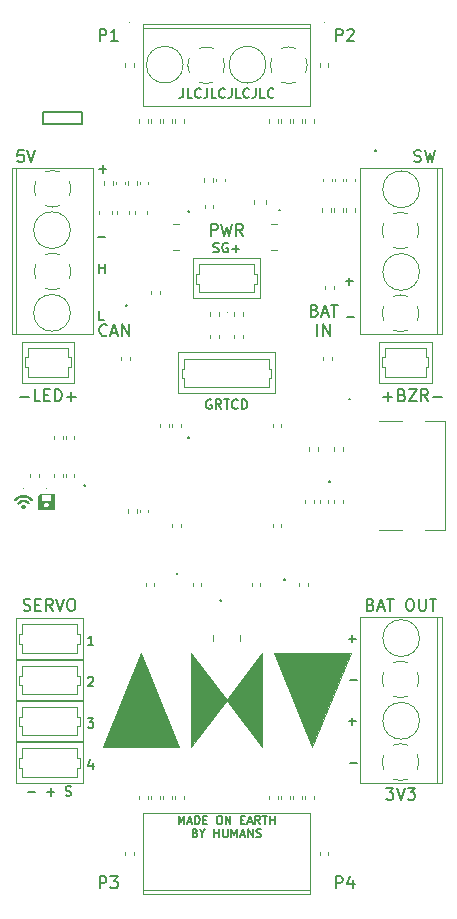
<source format=gbr>
%TF.GenerationSoftware,KiCad,Pcbnew,(5.99.0-7167-g34dbce6bce)*%
%TF.CreationDate,2021-01-04T09:35:53+03:00*%
%TF.ProjectId,ANV,414e562e-6b69-4636-9164-5f7063625858,rev?*%
%TF.SameCoordinates,Original*%
%TF.FileFunction,Legend,Top*%
%TF.FilePolarity,Positive*%
%FSLAX46Y46*%
G04 Gerber Fmt 4.6, Leading zero omitted, Abs format (unit mm)*
G04 Created by KiCad (PCBNEW (5.99.0-7167-g34dbce6bce)) date 2021-01-04 09:35:53*
%MOMM*%
%LPD*%
G01*
G04 APERTURE LIST*
%ADD10C,0.200000*%
%ADD11C,0.160000*%
%ADD12C,0.120000*%
%ADD13C,0.100000*%
G04 APERTURE END LIST*
D10*
X18750000Y-23500000D02*
X22000000Y-23500000D01*
X18750000Y-24500000D02*
X18750000Y-23500000D01*
X22000000Y-23500000D02*
X22000000Y-24500000D01*
X22000000Y-24500000D02*
X18750000Y-24500000D01*
D11*
X22521428Y-71388095D02*
X22559523Y-71350000D01*
X22635714Y-71311904D01*
X22826190Y-71311904D01*
X22902380Y-71350000D01*
X22940476Y-71388095D01*
X22978571Y-71464285D01*
X22978571Y-71540476D01*
X22940476Y-71654761D01*
X22483333Y-72111904D01*
X22978571Y-72111904D01*
X30050000Y-62535714D02*
X30088095Y-62573809D01*
X30050000Y-62611904D01*
X30011904Y-62573809D01*
X30050000Y-62535714D01*
X30050000Y-62611904D01*
D10*
X23511904Y-89202380D02*
X23511904Y-88202380D01*
X23892857Y-88202380D01*
X23988095Y-88250000D01*
X24035714Y-88297619D01*
X24083333Y-88392857D01*
X24083333Y-88535714D01*
X24035714Y-88630952D01*
X23988095Y-88678571D01*
X23892857Y-88726190D01*
X23511904Y-88726190D01*
X24416666Y-88202380D02*
X25035714Y-88202380D01*
X24702380Y-88583333D01*
X24845238Y-88583333D01*
X24940476Y-88630952D01*
X24988095Y-88678571D01*
X25035714Y-88773809D01*
X25035714Y-89011904D01*
X24988095Y-89107142D01*
X24940476Y-89154761D01*
X24845238Y-89202380D01*
X24559523Y-89202380D01*
X24464285Y-89154761D01*
X24416666Y-89107142D01*
D11*
X23468095Y-28307142D02*
X24077618Y-28307142D01*
X23772857Y-28611904D02*
X23772857Y-28002380D01*
D10*
X41711904Y-40273571D02*
X41854761Y-40321190D01*
X41902380Y-40368809D01*
X41950000Y-40464047D01*
X41950000Y-40606904D01*
X41902380Y-40702142D01*
X41854761Y-40749761D01*
X41759523Y-40797380D01*
X41378571Y-40797380D01*
X41378571Y-39797380D01*
X41711904Y-39797380D01*
X41807142Y-39845000D01*
X41854761Y-39892619D01*
X41902380Y-39987857D01*
X41902380Y-40083095D01*
X41854761Y-40178333D01*
X41807142Y-40225952D01*
X41711904Y-40273571D01*
X41378571Y-40273571D01*
X42330952Y-40511666D02*
X42807142Y-40511666D01*
X42235714Y-40797380D02*
X42569047Y-39797380D01*
X42902380Y-40797380D01*
X43092857Y-39797380D02*
X43664285Y-39797380D01*
X43378571Y-40797380D02*
X43378571Y-39797380D01*
X41926190Y-42407380D02*
X41926190Y-41407380D01*
X42402380Y-42407380D02*
X42402380Y-41407380D01*
X42973809Y-42407380D01*
X42973809Y-41407380D01*
D11*
X30183333Y-83753166D02*
X30183333Y-83053166D01*
X30416666Y-83553166D01*
X30650000Y-83053166D01*
X30650000Y-83753166D01*
X30950000Y-83553166D02*
X31283333Y-83553166D01*
X30883333Y-83753166D02*
X31116666Y-83053166D01*
X31350000Y-83753166D01*
X31583333Y-83753166D02*
X31583333Y-83053166D01*
X31750000Y-83053166D01*
X31850000Y-83086500D01*
X31916666Y-83153166D01*
X31950000Y-83219833D01*
X31983333Y-83353166D01*
X31983333Y-83453166D01*
X31950000Y-83586500D01*
X31916666Y-83653166D01*
X31850000Y-83719833D01*
X31750000Y-83753166D01*
X31583333Y-83753166D01*
X32283333Y-83386500D02*
X32516666Y-83386500D01*
X32616666Y-83753166D02*
X32283333Y-83753166D01*
X32283333Y-83053166D01*
X32616666Y-83053166D01*
X33583333Y-83053166D02*
X33716666Y-83053166D01*
X33783333Y-83086500D01*
X33850000Y-83153166D01*
X33883333Y-83286500D01*
X33883333Y-83519833D01*
X33850000Y-83653166D01*
X33783333Y-83719833D01*
X33716666Y-83753166D01*
X33583333Y-83753166D01*
X33516666Y-83719833D01*
X33450000Y-83653166D01*
X33416666Y-83519833D01*
X33416666Y-83286500D01*
X33450000Y-83153166D01*
X33516666Y-83086500D01*
X33583333Y-83053166D01*
X34183333Y-83753166D02*
X34183333Y-83053166D01*
X34583333Y-83753166D01*
X34583333Y-83053166D01*
X35450000Y-83386500D02*
X35683333Y-83386500D01*
X35783333Y-83753166D02*
X35450000Y-83753166D01*
X35450000Y-83053166D01*
X35783333Y-83053166D01*
X36050000Y-83553166D02*
X36383333Y-83553166D01*
X35983333Y-83753166D02*
X36216666Y-83053166D01*
X36450000Y-83753166D01*
X37083333Y-83753166D02*
X36850000Y-83419833D01*
X36683333Y-83753166D02*
X36683333Y-83053166D01*
X36950000Y-83053166D01*
X37016666Y-83086500D01*
X37050000Y-83119833D01*
X37083333Y-83186500D01*
X37083333Y-83286500D01*
X37050000Y-83353166D01*
X37016666Y-83386500D01*
X36950000Y-83419833D01*
X36683333Y-83419833D01*
X37283333Y-83053166D02*
X37683333Y-83053166D01*
X37483333Y-83753166D02*
X37483333Y-83053166D01*
X37916666Y-83753166D02*
X37916666Y-83053166D01*
X37916666Y-83386500D02*
X38316666Y-83386500D01*
X38316666Y-83753166D02*
X38316666Y-83053166D01*
X31600000Y-84513500D02*
X31700000Y-84546833D01*
X31733333Y-84580166D01*
X31766666Y-84646833D01*
X31766666Y-84746833D01*
X31733333Y-84813500D01*
X31700000Y-84846833D01*
X31633333Y-84880166D01*
X31366666Y-84880166D01*
X31366666Y-84180166D01*
X31600000Y-84180166D01*
X31666666Y-84213500D01*
X31700000Y-84246833D01*
X31733333Y-84313500D01*
X31733333Y-84380166D01*
X31700000Y-84446833D01*
X31666666Y-84480166D01*
X31600000Y-84513500D01*
X31366666Y-84513500D01*
X32200000Y-84546833D02*
X32200000Y-84880166D01*
X31966666Y-84180166D02*
X32200000Y-84546833D01*
X32433333Y-84180166D01*
X33200000Y-84880166D02*
X33200000Y-84180166D01*
X33200000Y-84513500D02*
X33600000Y-84513500D01*
X33600000Y-84880166D02*
X33600000Y-84180166D01*
X33933333Y-84180166D02*
X33933333Y-84746833D01*
X33966666Y-84813500D01*
X34000000Y-84846833D01*
X34066666Y-84880166D01*
X34200000Y-84880166D01*
X34266666Y-84846833D01*
X34300000Y-84813500D01*
X34333333Y-84746833D01*
X34333333Y-84180166D01*
X34666666Y-84880166D02*
X34666666Y-84180166D01*
X34900000Y-84680166D01*
X35133333Y-84180166D01*
X35133333Y-84880166D01*
X35433333Y-84680166D02*
X35766666Y-84680166D01*
X35366666Y-84880166D02*
X35600000Y-84180166D01*
X35833333Y-84880166D01*
X36066666Y-84880166D02*
X36066666Y-84180166D01*
X36466666Y-84880166D01*
X36466666Y-84180166D01*
X36766666Y-84846833D02*
X36866666Y-84880166D01*
X37033333Y-84880166D01*
X37100000Y-84846833D01*
X37133333Y-84813500D01*
X37166666Y-84746833D01*
X37166666Y-84680166D01*
X37133333Y-84613500D01*
X37100000Y-84580166D01*
X37033333Y-84546833D01*
X36900000Y-84513500D01*
X36833333Y-84480166D01*
X36800000Y-84446833D01*
X36766666Y-84380166D01*
X36766666Y-84313500D01*
X36800000Y-84246833D01*
X36833333Y-84213500D01*
X36900000Y-84180166D01*
X37066666Y-84180166D01*
X37166666Y-84213500D01*
D10*
X43511904Y-17452380D02*
X43511904Y-16452380D01*
X43892857Y-16452380D01*
X43988095Y-16500000D01*
X44035714Y-16547619D01*
X44083333Y-16642857D01*
X44083333Y-16785714D01*
X44035714Y-16880952D01*
X43988095Y-16928571D01*
X43892857Y-16976190D01*
X43511904Y-16976190D01*
X44464285Y-16547619D02*
X44511904Y-16500000D01*
X44607142Y-16452380D01*
X44845238Y-16452380D01*
X44940476Y-16500000D01*
X44988095Y-16547619D01*
X45035714Y-16642857D01*
X45035714Y-16738095D01*
X44988095Y-16880952D01*
X44416666Y-17452380D01*
X45035714Y-17452380D01*
D11*
X32954761Y-47850000D02*
X32878571Y-47811904D01*
X32764285Y-47811904D01*
X32650000Y-47850000D01*
X32573809Y-47926190D01*
X32535714Y-48002380D01*
X32497619Y-48154761D01*
X32497619Y-48269047D01*
X32535714Y-48421428D01*
X32573809Y-48497619D01*
X32650000Y-48573809D01*
X32764285Y-48611904D01*
X32840476Y-48611904D01*
X32954761Y-48573809D01*
X32992857Y-48535714D01*
X32992857Y-48269047D01*
X32840476Y-48269047D01*
X33792857Y-48611904D02*
X33526190Y-48230952D01*
X33335714Y-48611904D02*
X33335714Y-47811904D01*
X33640476Y-47811904D01*
X33716666Y-47850000D01*
X33754761Y-47888095D01*
X33792857Y-47964285D01*
X33792857Y-48078571D01*
X33754761Y-48154761D01*
X33716666Y-48192857D01*
X33640476Y-48230952D01*
X33335714Y-48230952D01*
X34021428Y-47811904D02*
X34478571Y-47811904D01*
X34250000Y-48611904D02*
X34250000Y-47811904D01*
X35202380Y-48535714D02*
X35164285Y-48573809D01*
X35050000Y-48611904D01*
X34973809Y-48611904D01*
X34859523Y-48573809D01*
X34783333Y-48497619D01*
X34745238Y-48421428D01*
X34707142Y-48269047D01*
X34707142Y-48154761D01*
X34745238Y-48002380D01*
X34783333Y-47926190D01*
X34859523Y-47850000D01*
X34973809Y-47811904D01*
X35050000Y-47811904D01*
X35164285Y-47850000D01*
X35202380Y-47888095D01*
X35545238Y-48611904D02*
X35545238Y-47811904D01*
X35735714Y-47811904D01*
X35850000Y-47850000D01*
X35926190Y-47926190D01*
X35964285Y-48002380D01*
X36002380Y-48154761D01*
X36002380Y-48269047D01*
X35964285Y-48421428D01*
X35926190Y-48497619D01*
X35850000Y-48573809D01*
X35735714Y-48611904D01*
X35545238Y-48611904D01*
D10*
X17059523Y-26702380D02*
X16583333Y-26702380D01*
X16535714Y-27178571D01*
X16583333Y-27130952D01*
X16678571Y-27083333D01*
X16916666Y-27083333D01*
X17011904Y-27130952D01*
X17059523Y-27178571D01*
X17107142Y-27273809D01*
X17107142Y-27511904D01*
X17059523Y-27607142D01*
X17011904Y-27654761D01*
X16916666Y-27702380D01*
X16678571Y-27702380D01*
X16583333Y-27654761D01*
X16535714Y-27607142D01*
X17392857Y-26702380D02*
X17726190Y-27702380D01*
X18059523Y-26702380D01*
X46452380Y-65178571D02*
X46595238Y-65226190D01*
X46642857Y-65273809D01*
X46690476Y-65369047D01*
X46690476Y-65511904D01*
X46642857Y-65607142D01*
X46595238Y-65654761D01*
X46500000Y-65702380D01*
X46119047Y-65702380D01*
X46119047Y-64702380D01*
X46452380Y-64702380D01*
X46547619Y-64750000D01*
X46595238Y-64797619D01*
X46642857Y-64892857D01*
X46642857Y-64988095D01*
X46595238Y-65083333D01*
X46547619Y-65130952D01*
X46452380Y-65178571D01*
X46119047Y-65178571D01*
X47071428Y-65416666D02*
X47547619Y-65416666D01*
X46976190Y-65702380D02*
X47309523Y-64702380D01*
X47642857Y-65702380D01*
X47833333Y-64702380D02*
X48404761Y-64702380D01*
X48119047Y-65702380D02*
X48119047Y-64702380D01*
X49690476Y-64702380D02*
X49880952Y-64702380D01*
X49976190Y-64750000D01*
X50071428Y-64845238D01*
X50119047Y-65035714D01*
X50119047Y-65369047D01*
X50071428Y-65559523D01*
X49976190Y-65654761D01*
X49880952Y-65702380D01*
X49690476Y-65702380D01*
X49595238Y-65654761D01*
X49500000Y-65559523D01*
X49452380Y-65369047D01*
X49452380Y-65035714D01*
X49500000Y-64845238D01*
X49595238Y-64750000D01*
X49690476Y-64702380D01*
X50547619Y-64702380D02*
X50547619Y-65511904D01*
X50595238Y-65607142D01*
X50642857Y-65654761D01*
X50738095Y-65702380D01*
X50928571Y-65702380D01*
X51023809Y-65654761D01*
X51071428Y-65607142D01*
X51119047Y-65511904D01*
X51119047Y-64702380D01*
X51452380Y-64702380D02*
X52023809Y-64702380D01*
X51738095Y-65702380D02*
X51738095Y-64702380D01*
D11*
X22250000Y-55035714D02*
X22288095Y-55073809D01*
X22250000Y-55111904D01*
X22211904Y-55073809D01*
X22250000Y-55035714D01*
X22250000Y-55111904D01*
X46850000Y-26735714D02*
X46888095Y-26773809D01*
X46850000Y-26811904D01*
X46811904Y-26773809D01*
X46850000Y-26735714D01*
X46850000Y-26811904D01*
X44600000Y-75057142D02*
X45209523Y-75057142D01*
X44904762Y-75361904D02*
X44904762Y-74752380D01*
D10*
X47761904Y-80702380D02*
X48380952Y-80702380D01*
X48047619Y-81083333D01*
X48190476Y-81083333D01*
X48285714Y-81130952D01*
X48333333Y-81178571D01*
X48380952Y-81273809D01*
X48380952Y-81511904D01*
X48333333Y-81607142D01*
X48285714Y-81654761D01*
X48190476Y-81702380D01*
X47904761Y-81702380D01*
X47809523Y-81654761D01*
X47761904Y-81607142D01*
X48666666Y-80702380D02*
X49000000Y-81702380D01*
X49333333Y-80702380D01*
X49571428Y-80702380D02*
X50190476Y-80702380D01*
X49857142Y-81083333D01*
X50000000Y-81083333D01*
X50095238Y-81130952D01*
X50142857Y-81178571D01*
X50190476Y-81273809D01*
X50190476Y-81511904D01*
X50142857Y-81607142D01*
X50095238Y-81654761D01*
X50000000Y-81702380D01*
X49714285Y-81702380D01*
X49619047Y-81654761D01*
X49571428Y-81607142D01*
D11*
X23468094Y-37111904D02*
X23468094Y-36311904D01*
X23468094Y-36692857D02*
X23925237Y-36692857D01*
X23925237Y-37111904D02*
X23925237Y-36311904D01*
D10*
X50142857Y-27654761D02*
X50285714Y-27702380D01*
X50523809Y-27702380D01*
X50619047Y-27654761D01*
X50666666Y-27607142D01*
X50714285Y-27511904D01*
X50714285Y-27416666D01*
X50666666Y-27321428D01*
X50619047Y-27273809D01*
X50523809Y-27226190D01*
X50333333Y-27178571D01*
X50238095Y-27130952D01*
X50190476Y-27083333D01*
X50142857Y-26988095D01*
X50142857Y-26892857D01*
X50190476Y-26797619D01*
X50238095Y-26750000D01*
X50333333Y-26702380D01*
X50571428Y-26702380D01*
X50714285Y-26750000D01*
X51047619Y-26702380D02*
X51285714Y-27702380D01*
X51476190Y-26988095D01*
X51666666Y-27702380D01*
X51904761Y-26702380D01*
D11*
X31000000Y-51035714D02*
X31038095Y-51073809D01*
X31000000Y-51111904D01*
X30961904Y-51073809D01*
X31000000Y-51035714D01*
X31000000Y-51111904D01*
X44650000Y-47735714D02*
X44688095Y-47773809D01*
X44650000Y-47811904D01*
X44611904Y-47773809D01*
X44650000Y-47735714D01*
X44650000Y-47811904D01*
X23372857Y-34057142D02*
X23982380Y-34057142D01*
X33126190Y-35323809D02*
X33240476Y-35361904D01*
X33430952Y-35361904D01*
X33507142Y-35323809D01*
X33545238Y-35285714D01*
X33583333Y-35209523D01*
X33583333Y-35133333D01*
X33545238Y-35057142D01*
X33507142Y-35019047D01*
X33430952Y-34980952D01*
X33278571Y-34942857D01*
X33202380Y-34904761D01*
X33164285Y-34866666D01*
X33126190Y-34790476D01*
X33126190Y-34714285D01*
X33164285Y-34638095D01*
X33202380Y-34600000D01*
X33278571Y-34561904D01*
X33469047Y-34561904D01*
X33583333Y-34600000D01*
X34345238Y-34600000D02*
X34269047Y-34561904D01*
X34154761Y-34561904D01*
X34040476Y-34600000D01*
X33964285Y-34676190D01*
X33926190Y-34752380D01*
X33888095Y-34904761D01*
X33888095Y-35019047D01*
X33926190Y-35171428D01*
X33964285Y-35247619D01*
X34040476Y-35323809D01*
X34154761Y-35361904D01*
X34230952Y-35361904D01*
X34345238Y-35323809D01*
X34383333Y-35285714D01*
X34383333Y-35019047D01*
X34230952Y-35019047D01*
X34726190Y-35057142D02*
X35335714Y-35057142D01*
X35030952Y-35361904D02*
X35030952Y-34752380D01*
D10*
X32916666Y-33952380D02*
X32916666Y-32952380D01*
X33297619Y-32952380D01*
X33392857Y-33000000D01*
X33440476Y-33047619D01*
X33488095Y-33142857D01*
X33488095Y-33285714D01*
X33440476Y-33380952D01*
X33392857Y-33428571D01*
X33297619Y-33476190D01*
X32916666Y-33476190D01*
X33821428Y-32952380D02*
X34059523Y-33952380D01*
X34250000Y-33238095D01*
X34440476Y-33952380D01*
X34678571Y-32952380D01*
X35630952Y-33952380D02*
X35297619Y-33476190D01*
X35059523Y-33952380D02*
X35059523Y-32952380D01*
X35440476Y-32952380D01*
X35535714Y-33000000D01*
X35583333Y-33047619D01*
X35630952Y-33142857D01*
X35630952Y-33285714D01*
X35583333Y-33380952D01*
X35535714Y-33428571D01*
X35440476Y-33476190D01*
X35059523Y-33476190D01*
D11*
X30564761Y-21481904D02*
X30564761Y-22053333D01*
X30526666Y-22167619D01*
X30450476Y-22243809D01*
X30336190Y-22281904D01*
X30259999Y-22281904D01*
X31326666Y-22281904D02*
X30945714Y-22281904D01*
X30945714Y-21481904D01*
X32050476Y-22205714D02*
X32012380Y-22243809D01*
X31898095Y-22281904D01*
X31821904Y-22281904D01*
X31707619Y-22243809D01*
X31631428Y-22167619D01*
X31593333Y-22091428D01*
X31555238Y-21939047D01*
X31555238Y-21824761D01*
X31593333Y-21672380D01*
X31631428Y-21596190D01*
X31707619Y-21520000D01*
X31821904Y-21481904D01*
X31898095Y-21481904D01*
X32012380Y-21520000D01*
X32050476Y-21558095D01*
X32621904Y-21481904D02*
X32621904Y-22053333D01*
X32583809Y-22167619D01*
X32507619Y-22243809D01*
X32393333Y-22281904D01*
X32317142Y-22281904D01*
X33383809Y-22281904D02*
X33002857Y-22281904D01*
X33002857Y-21481904D01*
X34107619Y-22205714D02*
X34069523Y-22243809D01*
X33955238Y-22281904D01*
X33879047Y-22281904D01*
X33764761Y-22243809D01*
X33688571Y-22167619D01*
X33650476Y-22091428D01*
X33612380Y-21939047D01*
X33612380Y-21824761D01*
X33650476Y-21672380D01*
X33688571Y-21596190D01*
X33764761Y-21520000D01*
X33879047Y-21481904D01*
X33955238Y-21481904D01*
X34069523Y-21520000D01*
X34107619Y-21558095D01*
X34679047Y-21481904D02*
X34679047Y-22053333D01*
X34640952Y-22167619D01*
X34564761Y-22243809D01*
X34450476Y-22281904D01*
X34374285Y-22281904D01*
X35440952Y-22281904D02*
X35060000Y-22281904D01*
X35060000Y-21481904D01*
X36164761Y-22205714D02*
X36126666Y-22243809D01*
X36012380Y-22281904D01*
X35936190Y-22281904D01*
X35821904Y-22243809D01*
X35745714Y-22167619D01*
X35707619Y-22091428D01*
X35669523Y-21939047D01*
X35669523Y-21824761D01*
X35707619Y-21672380D01*
X35745714Y-21596190D01*
X35821904Y-21520000D01*
X35936190Y-21481904D01*
X36012380Y-21481904D01*
X36126666Y-21520000D01*
X36164761Y-21558095D01*
X36736190Y-21481904D02*
X36736190Y-22053333D01*
X36698095Y-22167619D01*
X36621904Y-22243809D01*
X36507619Y-22281904D01*
X36431428Y-22281904D01*
X37498095Y-22281904D02*
X37117142Y-22281904D01*
X37117142Y-21481904D01*
X38221904Y-22205714D02*
X38183809Y-22243809D01*
X38069523Y-22281904D01*
X37993333Y-22281904D01*
X37879047Y-22243809D01*
X37802857Y-22167619D01*
X37764761Y-22091428D01*
X37726666Y-21939047D01*
X37726666Y-21824761D01*
X37764761Y-21672380D01*
X37802857Y-21596190D01*
X37879047Y-21520000D01*
X37993333Y-21481904D01*
X38069523Y-21481904D01*
X38183809Y-21520000D01*
X38221904Y-21558095D01*
X44695238Y-71557142D02*
X45304761Y-71557142D01*
X38750000Y-31735714D02*
X38788095Y-31773809D01*
X38750000Y-31811904D01*
X38711904Y-31773809D01*
X38750000Y-31735714D01*
X38750000Y-31811904D01*
X44350000Y-37807142D02*
X44959523Y-37807142D01*
X44654762Y-38111904D02*
X44654762Y-37502380D01*
X31050000Y-31835714D02*
X31088095Y-31873809D01*
X31050000Y-31911904D01*
X31011904Y-31873809D01*
X31050000Y-31835714D01*
X31050000Y-31911904D01*
D10*
X23511904Y-17452380D02*
X23511904Y-16452380D01*
X23892857Y-16452380D01*
X23988095Y-16500000D01*
X24035714Y-16547619D01*
X24083333Y-16642857D01*
X24083333Y-16785714D01*
X24035714Y-16880952D01*
X23988095Y-16928571D01*
X23892857Y-16976190D01*
X23511904Y-16976190D01*
X25035714Y-17452380D02*
X24464285Y-17452380D01*
X24750000Y-17452380D02*
X24750000Y-16452380D01*
X24654761Y-16595238D01*
X24559523Y-16690476D01*
X24464285Y-16738095D01*
D11*
X33750000Y-64785714D02*
X33788095Y-64823809D01*
X33750000Y-64861904D01*
X33711904Y-64823809D01*
X33750000Y-64785714D01*
X33750000Y-64861904D01*
X22978571Y-68611904D02*
X22521428Y-68611904D01*
X22750000Y-68611904D02*
X22750000Y-67811904D01*
X22673809Y-67926190D01*
X22597619Y-68002380D01*
X22521428Y-68040476D01*
D10*
X47523809Y-47571428D02*
X48285714Y-47571428D01*
X47904761Y-47952380D02*
X47904761Y-47190476D01*
X49095238Y-47428571D02*
X49238095Y-47476190D01*
X49285714Y-47523809D01*
X49333333Y-47619047D01*
X49333333Y-47761904D01*
X49285714Y-47857142D01*
X49238095Y-47904761D01*
X49142857Y-47952380D01*
X48761904Y-47952380D01*
X48761904Y-46952380D01*
X49095238Y-46952380D01*
X49190476Y-47000000D01*
X49238095Y-47047619D01*
X49285714Y-47142857D01*
X49285714Y-47238095D01*
X49238095Y-47333333D01*
X49190476Y-47380952D01*
X49095238Y-47428571D01*
X48761904Y-47428571D01*
X49666666Y-46952380D02*
X50333333Y-46952380D01*
X49666666Y-47952380D01*
X50333333Y-47952380D01*
X51285714Y-47952380D02*
X50952380Y-47476190D01*
X50714285Y-47952380D02*
X50714285Y-46952380D01*
X51095238Y-46952380D01*
X51190476Y-47000000D01*
X51238095Y-47047619D01*
X51285714Y-47142857D01*
X51285714Y-47285714D01*
X51238095Y-47380952D01*
X51190476Y-47428571D01*
X51095238Y-47476190D01*
X50714285Y-47476190D01*
X51714285Y-47571428D02*
X52476190Y-47571428D01*
D11*
X22483333Y-74811904D02*
X22978571Y-74811904D01*
X22711904Y-75116666D01*
X22826190Y-75116666D01*
X22902380Y-75154761D01*
X22940476Y-75192857D01*
X22978571Y-75269047D01*
X22978571Y-75459523D01*
X22940476Y-75535714D01*
X22902380Y-75573809D01*
X22826190Y-75611904D01*
X22597619Y-75611904D01*
X22521428Y-75573809D01*
X22483333Y-75535714D01*
X39150000Y-63035714D02*
X39188095Y-63073809D01*
X39150000Y-63111904D01*
X39111904Y-63073809D01*
X39150000Y-63035714D01*
X39150000Y-63111904D01*
X25750000Y-39785714D02*
X25788095Y-39823809D01*
X25750000Y-39861904D01*
X25711904Y-39823809D01*
X25750000Y-39785714D01*
X25750000Y-39861904D01*
D10*
X43511904Y-89202380D02*
X43511904Y-88202380D01*
X43892857Y-88202380D01*
X43988095Y-88250000D01*
X44035714Y-88297619D01*
X44083333Y-88392857D01*
X44083333Y-88535714D01*
X44035714Y-88630952D01*
X43988095Y-88678571D01*
X43892857Y-88726190D01*
X43511904Y-88726190D01*
X44940476Y-88535714D02*
X44940476Y-89202380D01*
X44702380Y-88154761D02*
X44464285Y-88869047D01*
X45083333Y-88869047D01*
X16767856Y-47571428D02*
X17529760Y-47571428D01*
X18482141Y-47952380D02*
X18005951Y-47952380D01*
X18005951Y-46952380D01*
X18815475Y-47428571D02*
X19148808Y-47428571D01*
X19291665Y-47952380D02*
X18815475Y-47952380D01*
X18815475Y-46952380D01*
X19291665Y-46952380D01*
X19720237Y-47952380D02*
X19720237Y-46952380D01*
X19958332Y-46952380D01*
X20101189Y-47000000D01*
X20196427Y-47095238D01*
X20244046Y-47190476D01*
X20291665Y-47380952D01*
X20291665Y-47523809D01*
X20244046Y-47714285D01*
X20196427Y-47809523D01*
X20101189Y-47904761D01*
X19958332Y-47952380D01*
X19720237Y-47952380D01*
X20720237Y-47571428D02*
X21482141Y-47571428D01*
X21101189Y-47952380D02*
X21101189Y-47190476D01*
D11*
X44600000Y-68057142D02*
X45209523Y-68057142D01*
X44904762Y-68361904D02*
X44904762Y-67752380D01*
D10*
X17059523Y-65654761D02*
X17202380Y-65702380D01*
X17440476Y-65702380D01*
X17535714Y-65654761D01*
X17583333Y-65607142D01*
X17630952Y-65511904D01*
X17630952Y-65416666D01*
X17583333Y-65321428D01*
X17535714Y-65273809D01*
X17440476Y-65226190D01*
X17250000Y-65178571D01*
X17154761Y-65130952D01*
X17107142Y-65083333D01*
X17059523Y-64988095D01*
X17059523Y-64892857D01*
X17107142Y-64797619D01*
X17154761Y-64750000D01*
X17250000Y-64702380D01*
X17488095Y-64702380D01*
X17630952Y-64750000D01*
X18059523Y-65178571D02*
X18392857Y-65178571D01*
X18535714Y-65702380D02*
X18059523Y-65702380D01*
X18059523Y-64702380D01*
X18535714Y-64702380D01*
X19535714Y-65702380D02*
X19202380Y-65226190D01*
X18964285Y-65702380D02*
X18964285Y-64702380D01*
X19345238Y-64702380D01*
X19440476Y-64750000D01*
X19488095Y-64797619D01*
X19535714Y-64892857D01*
X19535714Y-65035714D01*
X19488095Y-65130952D01*
X19440476Y-65178571D01*
X19345238Y-65226190D01*
X18964285Y-65226190D01*
X19821428Y-64702380D02*
X20154761Y-65702380D01*
X20488095Y-64702380D01*
X21011904Y-64702380D02*
X21202380Y-64702380D01*
X21297619Y-64750000D01*
X21392857Y-64845238D01*
X21440476Y-65035714D01*
X21440476Y-65369047D01*
X21392857Y-65559523D01*
X21297619Y-65654761D01*
X21202380Y-65702380D01*
X21011904Y-65702380D01*
X20916666Y-65654761D01*
X20821428Y-65559523D01*
X20773809Y-65369047D01*
X20773809Y-65035714D01*
X20821428Y-64845238D01*
X20916666Y-64750000D01*
X21011904Y-64702380D01*
D11*
X22902380Y-78578571D02*
X22902380Y-79111904D01*
X22711904Y-78273809D02*
X22521428Y-78845238D01*
X23016666Y-78845238D01*
X44445238Y-40807142D02*
X45054761Y-40807142D01*
X17459523Y-81057142D02*
X18069047Y-81057142D01*
X19059523Y-81057142D02*
X19669047Y-81057142D01*
X19364285Y-81361904D02*
X19364285Y-80752380D01*
X20621428Y-81323809D02*
X20735714Y-81361904D01*
X20926190Y-81361904D01*
X21002380Y-81323809D01*
X21040476Y-81285714D01*
X21078571Y-81209523D01*
X21078571Y-81133333D01*
X21040476Y-81057142D01*
X21002380Y-81019047D01*
X20926190Y-80980952D01*
X20773809Y-80942857D01*
X20697619Y-80904761D01*
X20659523Y-80866666D01*
X20621428Y-80790476D01*
X20621428Y-80714285D01*
X20659523Y-80638095D01*
X20697619Y-80600000D01*
X20773809Y-80561904D01*
X20964285Y-80561904D01*
X21078571Y-80600000D01*
X23849047Y-41111904D02*
X23468094Y-41111904D01*
X23468094Y-40311904D01*
X42950000Y-54735714D02*
X42988095Y-54773809D01*
X42950000Y-54811904D01*
X42911904Y-54773809D01*
X42950000Y-54735714D01*
X42950000Y-54811904D01*
D10*
X24107142Y-42357142D02*
X24059523Y-42404761D01*
X23916666Y-42452380D01*
X23821428Y-42452380D01*
X23678571Y-42404761D01*
X23583333Y-42309523D01*
X23535714Y-42214285D01*
X23488095Y-42023809D01*
X23488095Y-41880952D01*
X23535714Y-41690476D01*
X23583333Y-41595238D01*
X23678571Y-41500000D01*
X23821428Y-41452380D01*
X23916666Y-41452380D01*
X24059523Y-41500000D01*
X24107142Y-41547619D01*
X24488095Y-42166666D02*
X24964285Y-42166666D01*
X24392857Y-42452380D02*
X24726190Y-41452380D01*
X25059523Y-42452380D01*
X25392857Y-42452380D02*
X25392857Y-41452380D01*
X25964285Y-42452380D01*
X25964285Y-41452380D01*
D11*
X44695238Y-78557142D02*
X45304761Y-78557142D01*
D12*
%TO.C,J15*%
X16700000Y-71200000D02*
X16900000Y-71200000D01*
X16900000Y-72000000D02*
X16700000Y-72000000D01*
X21600000Y-70350000D02*
X19250000Y-70350000D01*
X22110000Y-73260000D02*
X22110000Y-69840000D01*
X16700000Y-72000000D02*
X16700000Y-71200000D01*
X16900000Y-70350000D02*
X19250000Y-70350000D01*
X21600000Y-71200000D02*
X21600000Y-70350000D01*
X21800000Y-71200000D02*
X21600000Y-71200000D01*
X19250000Y-72750000D02*
X16900000Y-72750000D01*
X22110000Y-69840000D02*
X16390000Y-69840000D01*
X16900000Y-72750000D02*
X16900000Y-72000000D01*
X21600000Y-72000000D02*
X21800000Y-72000000D01*
X16390000Y-73260000D02*
X22110000Y-73260000D01*
X21800000Y-72000000D02*
X21800000Y-71200000D01*
X21600000Y-72750000D02*
X21600000Y-72000000D01*
X19250000Y-72750000D02*
X21600000Y-72750000D01*
X16900000Y-71200000D02*
X16900000Y-70350000D01*
X16390000Y-69840000D02*
X16390000Y-73260000D01*
%TO.C,R4*%
X44080000Y-52153641D02*
X44080000Y-51846359D01*
X43320000Y-52153641D02*
X43320000Y-51846359D01*
%TO.C,R37*%
X40920000Y-56603641D02*
X40920000Y-56296359D01*
X41680000Y-56603641D02*
X41680000Y-56296359D01*
%TO.C,R33*%
X42880000Y-19653641D02*
X42880000Y-19346359D01*
X42120000Y-19653641D02*
X42120000Y-19346359D01*
%TO.C,R17*%
X40870000Y-81663641D02*
X40870000Y-81356359D01*
X41630000Y-81663641D02*
X41630000Y-81356359D01*
%TO.C,C6*%
X42440000Y-29357836D02*
X42440000Y-29142164D01*
X43160000Y-29357836D02*
X43160000Y-29142164D01*
%TO.C,C20*%
X40390000Y-63392164D02*
X40390000Y-63607836D01*
X41110000Y-63392164D02*
X41110000Y-63607836D01*
%TO.C,C4*%
X34110000Y-29357836D02*
X34110000Y-29142164D01*
X33390000Y-29357836D02*
X33390000Y-29142164D01*
%TO.C,R21*%
X40630000Y-81356359D02*
X40630000Y-81663641D01*
X39870000Y-81356359D02*
X39870000Y-81663641D01*
%TO.C,C18*%
X29640000Y-58607836D02*
X29640000Y-58392164D01*
X30360000Y-58607836D02*
X30360000Y-58392164D01*
%TO.C,C14*%
X29360000Y-49892164D02*
X29360000Y-50107836D01*
X28640000Y-49892164D02*
X28640000Y-50107836D01*
%TO.C,R28*%
X29870000Y-81356359D02*
X29870000Y-81663641D01*
X30630000Y-81356359D02*
X30630000Y-81663641D01*
D13*
%TO.C,D3*%
X26050000Y-15910000D02*
G75*
G03*
X26050000Y-15910000I-50000J0D01*
G01*
%TO.C,LOGO3*%
G36*
X18292926Y-56604651D02*
G01*
X18292925Y-56569438D01*
X18292925Y-55997961D01*
X18376905Y-55914026D01*
X18624977Y-55914026D01*
X18624977Y-56398431D01*
X19375023Y-56398431D01*
X19375023Y-55914026D01*
X18624977Y-55914026D01*
X18376905Y-55914026D01*
X18395498Y-55895443D01*
X18498070Y-55792925D01*
X19070344Y-55793011D01*
X19148522Y-55793026D01*
X19219269Y-55793049D01*
X19282969Y-55793084D01*
X19340003Y-55793137D01*
X19390753Y-55793213D01*
X19435603Y-55793315D01*
X19474934Y-55793449D01*
X19509130Y-55793620D01*
X19538572Y-55793833D01*
X19563643Y-55794091D01*
X19584726Y-55794400D01*
X19602202Y-55794765D01*
X19616455Y-55795191D01*
X19627867Y-55795681D01*
X19636820Y-55796242D01*
X19643696Y-55796877D01*
X19648879Y-55797592D01*
X19652751Y-55798391D01*
X19655693Y-55799278D01*
X19658089Y-55800260D01*
X19658244Y-55800331D01*
X19679226Y-55814161D01*
X19695274Y-55833359D01*
X19701008Y-55844561D01*
X19701799Y-55847061D01*
X19702518Y-55850835D01*
X19703170Y-55856234D01*
X19703758Y-55863609D01*
X19704284Y-55873314D01*
X19704751Y-55885700D01*
X19705164Y-55901117D01*
X19705525Y-55919920D01*
X19705838Y-55942458D01*
X19706104Y-55969084D01*
X19706329Y-56000150D01*
X19706515Y-56036008D01*
X19706665Y-56077008D01*
X19706783Y-56123505D01*
X19706871Y-56175848D01*
X19706933Y-56234390D01*
X19706972Y-56299482D01*
X19706991Y-56371478D01*
X19706994Y-56450727D01*
X19706989Y-56500851D01*
X19706975Y-56583849D01*
X19706955Y-56659394D01*
X19706924Y-56727845D01*
X19706878Y-56789565D01*
X19706813Y-56844911D01*
X19706725Y-56894245D01*
X19706611Y-56937927D01*
X19706466Y-56976317D01*
X19706286Y-57009774D01*
X19706067Y-57038659D01*
X19705805Y-57063332D01*
X19705497Y-57084153D01*
X19705137Y-57101482D01*
X19704723Y-57115679D01*
X19704250Y-57127105D01*
X19703714Y-57136120D01*
X19703111Y-57143082D01*
X19702437Y-57148354D01*
X19701688Y-57152294D01*
X19700861Y-57155263D01*
X19699950Y-57157621D01*
X19699669Y-57158244D01*
X19685839Y-57179226D01*
X19666641Y-57195274D01*
X19655439Y-57201008D01*
X19652939Y-57201799D01*
X19649165Y-57202518D01*
X19643767Y-57203170D01*
X19636391Y-57203758D01*
X19626686Y-57204284D01*
X19614301Y-57204751D01*
X19598883Y-57205164D01*
X19580080Y-57205525D01*
X19557542Y-57205838D01*
X19530916Y-57206104D01*
X19499850Y-57206329D01*
X19463992Y-57206515D01*
X19422992Y-57206665D01*
X19376495Y-57206783D01*
X19324152Y-57206871D01*
X19265610Y-57206933D01*
X19200518Y-57206972D01*
X19128522Y-57206991D01*
X19049273Y-57206994D01*
X18999149Y-57206989D01*
X18916151Y-57206975D01*
X18840607Y-57206955D01*
X18772155Y-57206924D01*
X18710435Y-57206878D01*
X18655089Y-57206813D01*
X18605755Y-57206725D01*
X18562073Y-57206611D01*
X18523684Y-57206466D01*
X18490226Y-57206286D01*
X18461341Y-57206067D01*
X18436668Y-57205805D01*
X18415847Y-57205497D01*
X18398518Y-57205137D01*
X18384321Y-57204723D01*
X18372895Y-57204250D01*
X18363881Y-57203714D01*
X18356918Y-57203111D01*
X18351646Y-57202437D01*
X18347706Y-57201688D01*
X18344737Y-57200861D01*
X18342380Y-57199950D01*
X18341756Y-57199669D01*
X18320774Y-57185839D01*
X18304726Y-57166641D01*
X18298992Y-57155439D01*
X18298156Y-57152814D01*
X18297399Y-57148891D01*
X18296717Y-57143296D01*
X18296108Y-57135656D01*
X18295566Y-57125596D01*
X18295088Y-57112743D01*
X18294669Y-57096723D01*
X18294308Y-57077164D01*
X18293998Y-57053690D01*
X18293737Y-57025929D01*
X18293520Y-56993507D01*
X18293344Y-56956050D01*
X18293205Y-56913184D01*
X18293099Y-56864536D01*
X18293022Y-56809733D01*
X18292970Y-56748400D01*
X18292958Y-56720834D01*
X18792771Y-56720834D01*
X18793264Y-56749684D01*
X18796726Y-56775824D01*
X18799058Y-56785174D01*
X18813591Y-56821361D01*
X18834328Y-56854206D01*
X18860337Y-56882807D01*
X18890690Y-56906259D01*
X18924455Y-56923661D01*
X18950103Y-56931874D01*
X18975440Y-56935879D01*
X19004000Y-56937017D01*
X19031714Y-56935229D01*
X19043756Y-56933265D01*
X19079296Y-56922077D01*
X19112424Y-56904113D01*
X19142185Y-56880272D01*
X19167624Y-56851452D01*
X19187788Y-56818554D01*
X19200942Y-56785174D01*
X19205655Y-56761101D01*
X19207382Y-56732996D01*
X19206162Y-56704031D01*
X19202036Y-56677378D01*
X19199465Y-56667697D01*
X19184772Y-56632712D01*
X19163951Y-56601366D01*
X19137963Y-56574267D01*
X19107770Y-56552025D01*
X19074335Y-56535249D01*
X19038620Y-56524548D01*
X19001587Y-56520532D01*
X18970485Y-56522720D01*
X18933055Y-56532298D01*
X18898044Y-56548560D01*
X18866433Y-56570670D01*
X18839204Y-56597790D01*
X18817338Y-56629084D01*
X18801815Y-56663715D01*
X18800535Y-56667697D01*
X18795208Y-56692449D01*
X18792771Y-56720834D01*
X18292958Y-56720834D01*
X18292939Y-56680164D01*
X18292926Y-56604651D01*
G37*
D12*
%TO.C,R31*%
X26080000Y-44503641D02*
X26080000Y-44196359D01*
X25320000Y-44503641D02*
X25320000Y-44196359D01*
%TO.C,C7*%
X26890000Y-29607836D02*
X26890000Y-29392164D01*
X27610000Y-29607836D02*
X27610000Y-29392164D01*
%TO.C,J1*%
X38050000Y-45200000D02*
X37850000Y-45200000D01*
X30650000Y-46750000D02*
X30650000Y-46000000D01*
X34250000Y-46750000D02*
X30650000Y-46750000D01*
X38050000Y-46000000D02*
X38050000Y-45200000D01*
X37850000Y-45200000D02*
X37850000Y-44350000D01*
X30140000Y-47260000D02*
X38360000Y-47260000D01*
X30650000Y-45200000D02*
X30650000Y-44350000D01*
X34250000Y-46750000D02*
X37850000Y-46750000D01*
X37850000Y-46000000D02*
X38050000Y-46000000D01*
X38360000Y-47260000D02*
X38360000Y-43840000D01*
X30650000Y-44350000D02*
X34250000Y-44350000D01*
X30450000Y-45200000D02*
X30650000Y-45200000D01*
X30650000Y-46000000D02*
X30450000Y-46000000D01*
X30140000Y-43840000D02*
X30140000Y-47260000D01*
X38360000Y-43840000D02*
X30140000Y-43840000D01*
X37850000Y-46750000D02*
X37850000Y-46000000D01*
X30450000Y-46000000D02*
X30450000Y-45200000D01*
X37850000Y-44350000D02*
X34250000Y-44350000D01*
%TO.C,J9*%
X21049999Y-45050000D02*
X20849999Y-45050000D01*
X20849999Y-45900000D02*
X19124999Y-45900000D01*
X17199999Y-45050000D02*
X17399999Y-45050000D01*
X16889999Y-46410000D02*
X21359999Y-46410000D01*
X20849999Y-45050000D02*
X20849999Y-45900000D01*
X20849999Y-44250000D02*
X21049999Y-44250000D01*
X20849999Y-43500000D02*
X20849999Y-44250000D01*
X17399999Y-45050000D02*
X17399999Y-45900000D01*
X17399999Y-44250000D02*
X17199999Y-44250000D01*
X17399999Y-43500000D02*
X17399999Y-44250000D01*
X19124999Y-43500000D02*
X17399999Y-43500000D01*
X21359999Y-42990000D02*
X16889999Y-42990000D01*
X21359999Y-46410000D02*
X21359999Y-42990000D01*
X21049999Y-44250000D02*
X21049999Y-45050000D01*
X17399999Y-45900000D02*
X19124999Y-45900000D01*
X16889999Y-42990000D02*
X16889999Y-46410000D01*
X17199999Y-44250000D02*
X17199999Y-45050000D01*
X19124999Y-43500000D02*
X20849999Y-43500000D01*
%TO.C,J19*%
X21800000Y-79000000D02*
X21800000Y-78200000D01*
X16700000Y-78200000D02*
X16900000Y-78200000D01*
X22110000Y-76840000D02*
X16390000Y-76840000D01*
X21600000Y-77350000D02*
X19250000Y-77350000D01*
X21600000Y-79000000D02*
X21800000Y-79000000D01*
X21600000Y-78200000D02*
X21600000Y-77350000D01*
X19250000Y-79750000D02*
X21600000Y-79750000D01*
X16390000Y-76840000D02*
X16390000Y-80260000D01*
X16390000Y-80260000D02*
X22110000Y-80260000D01*
X19250000Y-79750000D02*
X16900000Y-79750000D01*
X16900000Y-79750000D02*
X16900000Y-79000000D01*
X21600000Y-79750000D02*
X21600000Y-79000000D01*
X16700000Y-79000000D02*
X16700000Y-78200000D01*
X21800000Y-78200000D02*
X21600000Y-78200000D01*
X16900000Y-77350000D02*
X19250000Y-77350000D01*
X16900000Y-78200000D02*
X16900000Y-77350000D01*
X22110000Y-80260000D02*
X22110000Y-76840000D01*
X16900000Y-79000000D02*
X16700000Y-79000000D01*
%TO.C,R40*%
X44370000Y-31903641D02*
X44370000Y-31596359D01*
X45130000Y-31903641D02*
X45130000Y-31596359D01*
%TO.C,J13*%
X34200000Y-82810000D02*
X41300000Y-82810000D01*
X34200000Y-89710000D02*
X41300000Y-89710000D01*
X34200000Y-89360000D02*
X41300000Y-89360000D01*
X41300000Y-82810000D02*
X41300000Y-89710000D01*
%TO.C,C1*%
X43310000Y-38242164D02*
X43310000Y-38457836D01*
X42590000Y-38242164D02*
X42590000Y-38457836D01*
%TO.C,LOGO2*%
G36*
X17066339Y-56729258D02*
G01*
X17079030Y-56730188D01*
X17089856Y-56732114D01*
X17101073Y-56735403D01*
X17111189Y-56739019D01*
X17137755Y-56751184D01*
X17162425Y-56766844D01*
X17183363Y-56784757D01*
X17190904Y-56793012D01*
X17202637Y-56809341D01*
X17213840Y-56828968D01*
X17223241Y-56849387D01*
X17229570Y-56868095D01*
X17230086Y-56870210D01*
X17232791Y-56887978D01*
X17233858Y-56909035D01*
X17233332Y-56930902D01*
X17231258Y-56951100D01*
X17228371Y-56964893D01*
X17216368Y-56995473D01*
X17198913Y-57023708D01*
X17176749Y-57048820D01*
X17150619Y-57070032D01*
X17121265Y-57086570D01*
X17106198Y-57092637D01*
X17092289Y-57096019D01*
X17074123Y-57098291D01*
X17053748Y-57099388D01*
X17033211Y-57099245D01*
X17014559Y-57097794D01*
X17003573Y-57095933D01*
X16974398Y-57086177D01*
X16946545Y-57070855D01*
X16921086Y-57050787D01*
X16899092Y-57026793D01*
X16884417Y-57004805D01*
X16872391Y-56977949D01*
X16864688Y-56948384D01*
X16861486Y-56917783D01*
X16862964Y-56887822D01*
X16869016Y-56861031D01*
X16883184Y-56827859D01*
X16902179Y-56798840D01*
X16925850Y-56774126D01*
X16954041Y-56753870D01*
X16986600Y-56738224D01*
X16996805Y-56734581D01*
X17008840Y-56731475D01*
X17023090Y-56729666D01*
X17041288Y-56728968D01*
X17049522Y-56728955D01*
X17066339Y-56729258D01*
G37*
G36*
X17094152Y-56286612D02*
G01*
X17154307Y-56292794D01*
X17213652Y-56305041D01*
X17271684Y-56323298D01*
X17327901Y-56347513D01*
X17330570Y-56348837D01*
X17372496Y-56371358D01*
X17410822Y-56395516D01*
X17447039Y-56422413D01*
X17482639Y-56453150D01*
X17516739Y-56486394D01*
X17534371Y-56505053D01*
X17547743Y-56520848D01*
X17557576Y-56534918D01*
X17564590Y-56548403D01*
X17569507Y-56562442D01*
X17572304Y-56574283D01*
X17574034Y-56598596D01*
X17569956Y-56622762D01*
X17560598Y-56645804D01*
X17546488Y-56666745D01*
X17528155Y-56684611D01*
X17506127Y-56698424D01*
X17504805Y-56699053D01*
X17493111Y-56704103D01*
X17483090Y-56707049D01*
X17472090Y-56708427D01*
X17457458Y-56708778D01*
X17456880Y-56708778D01*
X17440514Y-56708110D01*
X17426055Y-56705743D01*
X17412484Y-56701139D01*
X17398781Y-56693757D01*
X17383925Y-56683058D01*
X17366896Y-56668501D01*
X17348742Y-56651532D01*
X17318487Y-56623565D01*
X17290691Y-56600305D01*
X17264296Y-56581124D01*
X17238243Y-56565396D01*
X17211471Y-56552492D01*
X17182923Y-56541787D01*
X17151539Y-56532651D01*
X17145371Y-56531092D01*
X17121709Y-56526778D01*
X17093917Y-56524201D01*
X17064011Y-56523359D01*
X17034009Y-56524247D01*
X17005927Y-56526863D01*
X16981784Y-56531203D01*
X16981154Y-56531357D01*
X16950458Y-56539771D01*
X16922689Y-56549407D01*
X16896887Y-56560851D01*
X16872089Y-56574689D01*
X16847337Y-56591508D01*
X16821668Y-56611891D01*
X16794122Y-56636427D01*
X16768364Y-56661133D01*
X16747938Y-56680856D01*
X16730872Y-56696310D01*
X16716302Y-56708022D01*
X16703362Y-56716517D01*
X16691188Y-56722320D01*
X16678916Y-56725958D01*
X16665680Y-56727957D01*
X16657479Y-56728558D01*
X16643807Y-56728751D01*
X16630793Y-56728041D01*
X16621688Y-56726669D01*
X16599980Y-56718255D01*
X16579276Y-56704734D01*
X16561127Y-56687369D01*
X16547087Y-56667419D01*
X16545797Y-56665001D01*
X16538537Y-56646339D01*
X16534101Y-56625308D01*
X16532994Y-56604820D01*
X16533851Y-56595648D01*
X16536555Y-56582396D01*
X16540609Y-56570137D01*
X16546573Y-56558044D01*
X16555011Y-56545294D01*
X16566483Y-56531062D01*
X16581550Y-56514523D01*
X16600775Y-56494853D01*
X16606101Y-56489544D01*
X16634772Y-56461607D01*
X16660445Y-56437890D01*
X16684133Y-56417634D01*
X16706846Y-56400084D01*
X16729597Y-56384483D01*
X16753399Y-56370074D01*
X16779262Y-56356101D01*
X16795522Y-56347940D01*
X16814857Y-56338620D01*
X16831347Y-56331175D01*
X16846651Y-56325003D01*
X16862433Y-56319500D01*
X16880353Y-56314063D01*
X16902074Y-56308089D01*
X16913862Y-56304978D01*
X16973427Y-56292651D01*
X17033691Y-56286547D01*
X17094152Y-56286612D01*
G37*
G36*
X17087777Y-55900334D02*
G01*
X17118175Y-55901284D01*
X17144098Y-55902585D01*
X17167457Y-55904439D01*
X17190165Y-55907049D01*
X17214135Y-55910618D01*
X17241279Y-55915349D01*
X17256950Y-55918272D01*
X17289760Y-55925350D01*
X17325450Y-55934550D01*
X17362120Y-55945289D01*
X17397869Y-55956982D01*
X17430795Y-55969045D01*
X17455283Y-55979216D01*
X17509577Y-56004761D01*
X17559189Y-56031088D01*
X17605819Y-56059240D01*
X17651169Y-56090263D01*
X17696941Y-56125202D01*
X17709283Y-56135188D01*
X17722560Y-56146576D01*
X17737827Y-56160530D01*
X17754268Y-56176218D01*
X17771066Y-56192803D01*
X17787405Y-56209453D01*
X17802471Y-56225332D01*
X17815447Y-56239607D01*
X17825517Y-56251442D01*
X17831866Y-56260004D01*
X17832718Y-56261429D01*
X17837102Y-56269961D01*
X17839817Y-56277591D01*
X17841255Y-56286319D01*
X17841806Y-56298146D01*
X17841874Y-56308302D01*
X17841675Y-56323281D01*
X17840801Y-56334002D01*
X17838836Y-56342593D01*
X17835367Y-56351179D01*
X17832289Y-56357411D01*
X17817974Y-56378822D01*
X17799616Y-56395847D01*
X17778126Y-56408059D01*
X17754415Y-56415030D01*
X17729396Y-56416334D01*
X17712075Y-56413759D01*
X17701813Y-56410988D01*
X17692562Y-56407399D01*
X17683391Y-56402335D01*
X17673367Y-56395142D01*
X17661558Y-56385163D01*
X17647032Y-56371744D01*
X17632603Y-56357873D01*
X17595429Y-56322959D01*
X17560414Y-56292679D01*
X17526422Y-56266193D01*
X17492317Y-56242661D01*
X17456961Y-56221242D01*
X17423333Y-56203178D01*
X17401798Y-56192300D01*
X17384313Y-56183753D01*
X17369294Y-56176860D01*
X17355153Y-56170943D01*
X17340305Y-56165325D01*
X17323164Y-56159328D01*
X17311509Y-56155396D01*
X17250507Y-56137423D01*
X17190210Y-56124774D01*
X17128635Y-56117094D01*
X17083069Y-56114464D01*
X17033869Y-56114069D01*
X16987883Y-56116377D01*
X16942442Y-56121604D01*
X16898117Y-56129313D01*
X16879125Y-56133493D01*
X16857230Y-56138971D01*
X16833932Y-56145309D01*
X16810728Y-56152069D01*
X16789118Y-56158813D01*
X16770600Y-56165102D01*
X16756673Y-56170499D01*
X16755585Y-56170976D01*
X16728848Y-56183241D01*
X16702167Y-56196199D01*
X16676584Y-56209293D01*
X16653144Y-56221964D01*
X16632890Y-56233656D01*
X16616865Y-56243809D01*
X16609635Y-56248993D01*
X16601269Y-56255201D01*
X16591453Y-56262186D01*
X16589451Y-56263572D01*
X16575358Y-56273550D01*
X16561602Y-56283965D01*
X16547449Y-56295463D01*
X16532162Y-56308687D01*
X16515008Y-56324283D01*
X16495250Y-56342893D01*
X16472153Y-56365164D01*
X16459775Y-56377236D01*
X16443295Y-56393294D01*
X16430529Y-56405493D01*
X16420653Y-56414471D01*
X16412843Y-56420866D01*
X16406275Y-56425319D01*
X16400126Y-56428466D01*
X16393571Y-56430948D01*
X16388351Y-56432615D01*
X16367557Y-56437635D01*
X16348781Y-56438673D01*
X16329101Y-56435800D01*
X16322666Y-56434208D01*
X16300548Y-56425307D01*
X16281109Y-56410912D01*
X16267587Y-56395792D01*
X16255721Y-56377046D01*
X16248771Y-56357441D01*
X16246077Y-56334944D01*
X16245990Y-56329298D01*
X16246696Y-56314796D01*
X16249167Y-56301696D01*
X16253933Y-56289082D01*
X16261524Y-56276033D01*
X16272472Y-56261630D01*
X16287307Y-56244954D01*
X16305612Y-56226040D01*
X16355426Y-56177779D01*
X16403830Y-56134968D01*
X16451582Y-56097046D01*
X16499439Y-56063451D01*
X16548158Y-56033623D01*
X16598496Y-56007000D01*
X16606267Y-56003233D01*
X16620842Y-55996219D01*
X16633680Y-55989992D01*
X16643490Y-55985182D01*
X16648980Y-55982417D01*
X16649288Y-55982252D01*
X16655635Y-55979367D01*
X16666665Y-55974912D01*
X16681019Y-55969393D01*
X16697338Y-55963315D01*
X16714260Y-55957185D01*
X16730426Y-55951507D01*
X16744477Y-55946788D01*
X16746000Y-55946296D01*
X16804103Y-55929421D01*
X16861488Y-55916522D01*
X16919499Y-55907419D01*
X16979484Y-55901932D01*
X17042789Y-55899878D01*
X17087777Y-55900334D01*
G37*
%TO.C,R29*%
X38630000Y-81356359D02*
X38630000Y-81663641D01*
X37870000Y-81356359D02*
X37870000Y-81663641D01*
D13*
%TO.C,D2*%
X19050000Y-55340000D02*
G75*
G03*
X19050000Y-55340000I-50000J0D01*
G01*
D12*
%TO.C,R24*%
X29630000Y-81663641D02*
X29630000Y-81356359D01*
X28870000Y-81663641D02*
X28870000Y-81356359D01*
%TO.C,J18*%
X16700000Y-75500000D02*
X16700000Y-74700000D01*
X16900000Y-75500000D02*
X16700000Y-75500000D01*
X21800000Y-74700000D02*
X21600000Y-74700000D01*
X22110000Y-76760000D02*
X22110000Y-73340000D01*
X22110000Y-73340000D02*
X16390000Y-73340000D01*
X16390000Y-73340000D02*
X16390000Y-76760000D01*
X21600000Y-76250000D02*
X21600000Y-75500000D01*
X19250000Y-76250000D02*
X21600000Y-76250000D01*
X19250000Y-76250000D02*
X16900000Y-76250000D01*
X16900000Y-74700000D02*
X16900000Y-73850000D01*
X21800000Y-75500000D02*
X21800000Y-74700000D01*
X16700000Y-74700000D02*
X16900000Y-74700000D01*
X16900000Y-73850000D02*
X19250000Y-73850000D01*
X16390000Y-76760000D02*
X22110000Y-76760000D01*
X16900000Y-76250000D02*
X16900000Y-75500000D01*
X21600000Y-75500000D02*
X21800000Y-75500000D01*
X21600000Y-73850000D02*
X19250000Y-73850000D01*
X21600000Y-74700000D02*
X21600000Y-73850000D01*
%TO.C,J17*%
X52450000Y-80300000D02*
X52450000Y-73200000D01*
X45550000Y-80300000D02*
X45550000Y-73200000D01*
X52100000Y-80300000D02*
X52100000Y-73200000D01*
X45550000Y-80300000D02*
X52450000Y-80300000D01*
X49587742Y-79952109D02*
G75*
G02*
X48372000Y-79952000I-607742J1432109D01*
G01*
X50411385Y-77912413D02*
G75*
G02*
X50535000Y-78520000I-1431385J-607587D01*
G01*
X48372258Y-77087891D02*
G75*
G02*
X49588000Y-77088000I607742J-1432109D01*
G01*
X50535492Y-78492989D02*
G75*
G02*
X50412000Y-79128000I-1555492J-27011D01*
G01*
X47547891Y-79127742D02*
G75*
G02*
X47548000Y-77912000I1432109J607742D01*
G01*
X50585000Y-75020000D02*
G75*
G03*
X50585000Y-75020000I-1555000J0D01*
G01*
%TO.C,R3*%
X43320000Y-56296359D02*
X43320000Y-56603641D01*
X44080000Y-56296359D02*
X44080000Y-56603641D01*
%TO.C,C16*%
X38860000Y-49892164D02*
X38860000Y-50107836D01*
X38140000Y-49892164D02*
X38140000Y-50107836D01*
%TO.C,R12*%
X25870000Y-57403641D02*
X25870000Y-57096359D01*
X26630000Y-57403641D02*
X26630000Y-57096359D01*
%TO.C,C3*%
X45110000Y-29142164D02*
X45110000Y-29357836D01*
X44390000Y-29142164D02*
X44390000Y-29357836D01*
%TO.C,R14*%
X27630000Y-24096359D02*
X27630000Y-24403641D01*
X26870000Y-24096359D02*
X26870000Y-24403641D01*
%TO.C,R16*%
X27630000Y-81356359D02*
X27630000Y-81663641D01*
X26870000Y-81356359D02*
X26870000Y-81663641D01*
%TO.C,R18*%
X28630000Y-24403641D02*
X28630000Y-24096359D01*
X27870000Y-24403641D02*
X27870000Y-24096359D01*
%TO.C,C19*%
X21360000Y-54357836D02*
X21360000Y-54142164D01*
X20640000Y-54357836D02*
X20640000Y-54142164D01*
%TO.C,LOGO1*%
X31250000Y-69250000D02*
X31250000Y-77250000D01*
X31250000Y-77250000D02*
X37250000Y-69250000D01*
X38250000Y-69250000D02*
X41500000Y-77250000D01*
X37250000Y-77250000D02*
X31250000Y-69250000D01*
X27000000Y-69250000D02*
X30250000Y-77250000D01*
X41500000Y-77250000D02*
X44750000Y-69250000D01*
X27000000Y-69250000D02*
X23750000Y-77250000D01*
X37250000Y-69250000D02*
X37250000Y-77250000D01*
D13*
X30250000Y-77250000D02*
X23750000Y-77250000D01*
X23750000Y-77250000D02*
X27000000Y-69250000D01*
X27000000Y-69250000D02*
X30250000Y-77250000D01*
G36*
X30250000Y-77250000D02*
G01*
X23750000Y-77250000D01*
X27000000Y-69250000D01*
X30250000Y-77250000D01*
G37*
X30250000Y-77250000D02*
X23750000Y-77250000D01*
X27000000Y-69250000D01*
X30250000Y-77250000D01*
X37250000Y-77250000D02*
X34250000Y-73250000D01*
X34250000Y-73250000D02*
X37250000Y-69250000D01*
X37250000Y-69250000D02*
X37250000Y-77250000D01*
G36*
X37250000Y-77250000D02*
G01*
X34250000Y-73250000D01*
X37250000Y-69250000D01*
X37250000Y-77250000D01*
G37*
X37250000Y-77250000D02*
X34250000Y-73250000D01*
X37250000Y-69250000D01*
X37250000Y-77250000D01*
X41500000Y-77250000D02*
X38250000Y-69250000D01*
X38250000Y-69250000D02*
X44750000Y-69250000D01*
X44750000Y-69250000D02*
X41500000Y-77250000D01*
G36*
X41500000Y-77250000D02*
G01*
X38250000Y-69250000D01*
X44750000Y-69250000D01*
X41500000Y-77250000D01*
G37*
X41500000Y-77250000D02*
X38250000Y-69250000D01*
X44750000Y-69250000D01*
X41500000Y-77250000D01*
X34250000Y-73250000D02*
X31250000Y-77250000D01*
X31250000Y-77250000D02*
X31250000Y-69250000D01*
X31250000Y-69250000D02*
X34250000Y-73250000D01*
G36*
X34250000Y-73250000D02*
G01*
X31250000Y-77250000D01*
X31250000Y-69250000D01*
X34250000Y-73250000D01*
G37*
X34250000Y-73250000D02*
X31250000Y-77250000D01*
X31250000Y-69250000D01*
X34250000Y-73250000D01*
D12*
%TO.C,R9*%
X23870000Y-29346359D02*
X23870000Y-29653641D01*
X24630000Y-29346359D02*
X24630000Y-29653641D01*
%TO.C,J12*%
X27200000Y-89360000D02*
X34300000Y-89360000D01*
X27200000Y-82810000D02*
X27200000Y-89710000D01*
X27200000Y-89710000D02*
X34300000Y-89710000D01*
X27200000Y-82810000D02*
X34300000Y-82810000D01*
%TO.C,C24*%
X37110000Y-63392164D02*
X37110000Y-63607836D01*
X36390000Y-63392164D02*
X36390000Y-63607836D01*
%TO.C,R27*%
X37870000Y-24403641D02*
X37870000Y-24096359D01*
X38630000Y-24403641D02*
X38630000Y-24096359D01*
%TO.C,R1*%
X34870000Y-42653641D02*
X34870000Y-42346359D01*
X35630000Y-42653641D02*
X35630000Y-42346359D01*
%TO.C,L2*%
X38511252Y-32940000D02*
X37988748Y-32940000D01*
X38511252Y-35160000D02*
X37988748Y-35160000D01*
%TO.C,C10*%
X37560000Y-31240580D02*
X37560000Y-30959420D01*
X36540000Y-31240580D02*
X36540000Y-30959420D01*
%TO.C,RN1*%
X33110000Y-68250000D02*
X33110000Y-67750000D01*
X35390000Y-68250000D02*
X35390000Y-67750000D01*
%TO.C,R8*%
X41270000Y-51846359D02*
X41270000Y-52153641D01*
X42030000Y-51846359D02*
X42030000Y-52153641D01*
%TO.C,C26*%
X20360000Y-51157836D02*
X20360000Y-50942164D01*
X19640000Y-51157836D02*
X19640000Y-50942164D01*
%TO.C,C2*%
X44110000Y-29142164D02*
X44110000Y-29357836D01*
X43390000Y-29142164D02*
X43390000Y-29357836D01*
%TO.C,R38*%
X42120000Y-56603641D02*
X42120000Y-56296359D01*
X42880000Y-56603641D02*
X42880000Y-56296359D01*
%TO.C,C15*%
X38860000Y-58607836D02*
X38860000Y-58392164D01*
X38140000Y-58607836D02*
X38140000Y-58392164D01*
%TO.C,C9*%
X26490000Y-31859420D02*
X26490000Y-32140580D01*
X27510000Y-31859420D02*
X27510000Y-32140580D01*
%TO.C,R10*%
X25870000Y-29653641D02*
X25870000Y-29346359D01*
X26630000Y-29653641D02*
X26630000Y-29346359D01*
%TO.C,L1*%
X30261252Y-35160000D02*
X29738748Y-35160000D01*
X30261252Y-32940000D02*
X29738748Y-32940000D01*
%TO.C,R35*%
X42120000Y-86106359D02*
X42120000Y-86413641D01*
X42880000Y-86106359D02*
X42880000Y-86413641D01*
%TO.C,C27*%
X21360000Y-51157836D02*
X21360000Y-50942164D01*
X20640000Y-51157836D02*
X20640000Y-50942164D01*
%TO.C,R39*%
X32370000Y-29096359D02*
X32370000Y-29403641D01*
X33130000Y-29096359D02*
X33130000Y-29403641D01*
%TO.C,C25*%
X28610000Y-38857836D02*
X28610000Y-38642164D01*
X27890000Y-38857836D02*
X27890000Y-38642164D01*
%TO.C,R11*%
X42370000Y-31596359D02*
X42370000Y-31903641D01*
X43130000Y-31596359D02*
X43130000Y-31903641D01*
D13*
%TO.C,D7*%
X34300000Y-40460000D02*
G75*
G03*
X34300000Y-40460000I-50000J0D01*
G01*
D12*
%TO.C,C5*%
X33110000Y-31392164D02*
X33110000Y-31607836D01*
X32390000Y-31392164D02*
X32390000Y-31607836D01*
%TO.C,R41*%
X44130000Y-31596359D02*
X44130000Y-31903641D01*
X43370000Y-31596359D02*
X43370000Y-31903641D01*
%TO.C,C12*%
X24510000Y-31859420D02*
X24510000Y-32140580D01*
X23490000Y-31859420D02*
X23490000Y-32140580D01*
%TO.C,R36*%
X34869999Y-40446359D02*
X34869999Y-40753641D01*
X35629999Y-40446359D02*
X35629999Y-40753641D01*
%TO.C,R34*%
X25620000Y-86106359D02*
X25620000Y-86413641D01*
X26380000Y-86106359D02*
X26380000Y-86413641D01*
%TO.C,C8*%
X25610000Y-29607836D02*
X25610000Y-29392164D01*
X24890000Y-29607836D02*
X24890000Y-29392164D01*
%TO.C,R32*%
X26380000Y-19653641D02*
X26380000Y-19346359D01*
X25620000Y-19653641D02*
X25620000Y-19346359D01*
%TO.C,J16*%
X52100000Y-73300000D02*
X52100000Y-66200000D01*
X45550000Y-73300000D02*
X45550000Y-66200000D01*
X45550000Y-66200000D02*
X52450000Y-66200000D01*
X52450000Y-73300000D02*
X52450000Y-66200000D01*
X47547891Y-72127742D02*
G75*
G02*
X47548000Y-70912000I1432109J607742D01*
G01*
X50411385Y-70912413D02*
G75*
G02*
X50535000Y-71520000I-1431385J-607587D01*
G01*
X49587742Y-72952109D02*
G75*
G02*
X48372000Y-72952000I-607742J1432109D01*
G01*
X48372258Y-70087891D02*
G75*
G02*
X49588000Y-70088000I607742J-1432109D01*
G01*
X50535492Y-71492989D02*
G75*
G02*
X50412000Y-72128000I-1555492J-27011D01*
G01*
X50585000Y-68020000D02*
G75*
G03*
X50585000Y-68020000I-1555000J0D01*
G01*
%TO.C,C23*%
X32110000Y-63392164D02*
X32110000Y-63607836D01*
X31390000Y-63392164D02*
X31390000Y-63607836D01*
D13*
%TO.C,D10*%
X17050000Y-55340000D02*
G75*
G03*
X17050000Y-55340000I-50000J0D01*
G01*
D12*
%TO.C,J14*%
X22110000Y-66340000D02*
X16390000Y-66340000D01*
X16700000Y-68500000D02*
X16700000Y-67700000D01*
X16900000Y-66850000D02*
X19250000Y-66850000D01*
X19250000Y-69250000D02*
X16900000Y-69250000D01*
X21800000Y-67700000D02*
X21600000Y-67700000D01*
X16390000Y-69760000D02*
X22110000Y-69760000D01*
X16900000Y-68500000D02*
X16700000Y-68500000D01*
X21600000Y-67700000D02*
X21600000Y-66850000D01*
X21600000Y-68500000D02*
X21800000Y-68500000D01*
X21600000Y-66850000D02*
X19250000Y-66850000D01*
X21600000Y-69250000D02*
X21600000Y-68500000D01*
X19250000Y-69250000D02*
X21600000Y-69250000D01*
X16390000Y-66340000D02*
X16390000Y-69760000D01*
X16900000Y-69250000D02*
X16900000Y-68500000D01*
X16900000Y-67700000D02*
X16900000Y-66850000D01*
X21800000Y-68500000D02*
X21800000Y-67700000D01*
X22110000Y-69760000D02*
X22110000Y-66340000D01*
X16700000Y-67700000D02*
X16900000Y-67700000D01*
%TO.C,C17*%
X29640000Y-49892164D02*
X29640000Y-50107836D01*
X30360000Y-49892164D02*
X30360000Y-50107836D01*
%TO.C,J4*%
X51080000Y-49670000D02*
X52785000Y-49670000D01*
X49070000Y-49670000D02*
X47150000Y-49670000D01*
X47150000Y-58830000D02*
X49070000Y-58830000D01*
X52785000Y-58830000D02*
X51080000Y-58830000D01*
X52785000Y-49670000D02*
X52785000Y-58830000D01*
%TO.C,J10*%
X27199999Y-22950000D02*
X27199999Y-16050000D01*
X34299999Y-16050000D02*
X27199999Y-16050000D01*
X34299999Y-22950000D02*
X27199999Y-22950000D01*
X34299999Y-16400000D02*
X27199999Y-16400000D01*
X32492988Y-17964508D02*
G75*
G02*
X33127999Y-18088000I27011J-1555492D01*
G01*
X33127741Y-20952109D02*
G75*
G02*
X31911999Y-20952000I-607742J1432109D01*
G01*
X31087890Y-20127742D02*
G75*
G02*
X31087999Y-18912000I1432109J607742D01*
G01*
X31912412Y-18088615D02*
G75*
G02*
X32519999Y-17965000I607587J-1431385D01*
G01*
X33952108Y-18912258D02*
G75*
G02*
X33951999Y-20128000I-1432109J-607742D01*
G01*
X30574999Y-19470000D02*
G75*
G03*
X30574999Y-19470000I-1555000J0D01*
G01*
%TO.C,J6*%
X51300000Y-44250000D02*
X51300000Y-45050000D01*
X49375000Y-43500000D02*
X47650000Y-43500000D01*
X47650000Y-45900000D02*
X49375000Y-45900000D01*
X47450000Y-45050000D02*
X47650000Y-45050000D01*
X47650000Y-43500000D02*
X47650000Y-44250000D01*
X51100000Y-45050000D02*
X51100000Y-45900000D01*
X51100000Y-45900000D02*
X49375000Y-45900000D01*
X47450000Y-44250000D02*
X47450000Y-45050000D01*
X51610000Y-42990000D02*
X47140000Y-42990000D01*
X47650000Y-45050000D02*
X47650000Y-45900000D01*
X51300000Y-45050000D02*
X51100000Y-45050000D01*
X47140000Y-46410000D02*
X51610000Y-46410000D01*
X47650000Y-44250000D02*
X47450000Y-44250000D01*
X47140000Y-42990000D02*
X47140000Y-46410000D01*
X49375000Y-43500000D02*
X51100000Y-43500000D01*
X51610000Y-46410000D02*
X51610000Y-42990000D01*
X51100000Y-43500000D02*
X51100000Y-44250000D01*
X51100000Y-44250000D02*
X51300000Y-44250000D01*
%TO.C,C13*%
X27610000Y-57357836D02*
X27610000Y-57142164D01*
X26890000Y-57357836D02*
X26890000Y-57142164D01*
%TO.C,C11*%
X26010000Y-31859420D02*
X26010000Y-32140580D01*
X24990000Y-31859420D02*
X24990000Y-32140580D01*
%TO.C,J2*%
X52450000Y-42300000D02*
X52450000Y-35200000D01*
X45550000Y-42300000D02*
X52450000Y-42300000D01*
X45550000Y-42300000D02*
X45550000Y-35200000D01*
X52100000Y-42300000D02*
X52100000Y-35200000D01*
X50535492Y-40492989D02*
G75*
G02*
X50412000Y-41128000I-1555492J-27011D01*
G01*
X49587742Y-41952109D02*
G75*
G02*
X48372000Y-41952000I-607742J1432109D01*
G01*
X48372258Y-39087891D02*
G75*
G02*
X49588000Y-39088000I607742J-1432109D01*
G01*
X47547891Y-41127742D02*
G75*
G02*
X47548000Y-39912000I1432109J607742D01*
G01*
X50411385Y-39912413D02*
G75*
G02*
X50535000Y-40520000I-1431385J-607587D01*
G01*
X50585000Y-37020000D02*
G75*
G03*
X50585000Y-37020000I-1555000J0D01*
G01*
%TO.C,R20*%
X28630000Y-81356359D02*
X28630000Y-81663641D01*
X27870000Y-81356359D02*
X27870000Y-81663641D01*
%TO.C,J11*%
X41300000Y-22950000D02*
X34200000Y-22950000D01*
X41300000Y-16400000D02*
X34200000Y-16400000D01*
X41300000Y-16050000D02*
X34200000Y-16050000D01*
X41300000Y-22950000D02*
X41300000Y-16050000D01*
X39492989Y-17964508D02*
G75*
G02*
X40128000Y-18088000I27011J-1555492D01*
G01*
X40127742Y-20952109D02*
G75*
G02*
X38912000Y-20952000I-607742J1432109D01*
G01*
X40952109Y-18912258D02*
G75*
G02*
X40952000Y-20128000I-1432109J-607742D01*
G01*
X38912413Y-18088615D02*
G75*
G02*
X39520000Y-17965000I607587J-1431385D01*
G01*
X38087891Y-20127742D02*
G75*
G02*
X38088000Y-18912000I1432109J607742D01*
G01*
X37575000Y-19470000D02*
G75*
G03*
X37575000Y-19470000I-1555000J0D01*
G01*
%TO.C,R13*%
X20380000Y-54403641D02*
X20380000Y-54096359D01*
X19620000Y-54403641D02*
X19620000Y-54096359D01*
%TO.C,R23*%
X39630000Y-24096359D02*
X39630000Y-24403641D01*
X38870000Y-24096359D02*
X38870000Y-24403641D01*
%TO.C,R22*%
X28870000Y-24096359D02*
X28870000Y-24403641D01*
X29630000Y-24096359D02*
X29630000Y-24403641D01*
%TO.C,J8*%
X22950000Y-42300000D02*
X16050000Y-42300000D01*
X16050000Y-35200000D02*
X16050000Y-42300000D01*
X16400000Y-35200000D02*
X16400000Y-42300000D01*
X22950000Y-35200000D02*
X22950000Y-42300000D01*
X18912258Y-35547891D02*
G75*
G02*
X20128000Y-35548000I607742J-1432109D01*
G01*
X20952109Y-36372258D02*
G75*
G02*
X20952000Y-37588000I-1432109J-607742D01*
G01*
X20127742Y-38412109D02*
G75*
G02*
X18912000Y-38412000I-607742J1432109D01*
G01*
X17964508Y-37007011D02*
G75*
G02*
X18088000Y-36372000I1555492J27011D01*
G01*
X18088615Y-37587587D02*
G75*
G02*
X17965000Y-36980000I1431385J607587D01*
G01*
X21025000Y-40480000D02*
G75*
G03*
X21025000Y-40480000I-1555000J0D01*
G01*
D13*
%TO.C,D6*%
X42550000Y-89850000D02*
G75*
G03*
X42550000Y-89850000I-50000J0D01*
G01*
D12*
%TO.C,J3*%
X45550000Y-28200000D02*
X52450000Y-28200000D01*
X52450000Y-35300000D02*
X52450000Y-28200000D01*
X45550000Y-35300000D02*
X45550000Y-28200000D01*
X52100000Y-35300000D02*
X52100000Y-28200000D01*
X49587742Y-34952109D02*
G75*
G02*
X48372000Y-34952000I-607742J1432109D01*
G01*
X48372258Y-32087891D02*
G75*
G02*
X49588000Y-32088000I607742J-1432109D01*
G01*
X50535492Y-33492989D02*
G75*
G02*
X50412000Y-34128000I-1555492J-27011D01*
G01*
X50411385Y-32912413D02*
G75*
G02*
X50535000Y-33520000I-1431385J-607587D01*
G01*
X47547891Y-34127742D02*
G75*
G02*
X47548000Y-32912000I1432109J607742D01*
G01*
X50585000Y-30020000D02*
G75*
G03*
X50585000Y-30020000I-1555000J0D01*
G01*
%TO.C,R15*%
X40870000Y-24393641D02*
X40870000Y-24086359D01*
X41630000Y-24393641D02*
X41630000Y-24086359D01*
%TO.C,R7*%
X32869999Y-40753641D02*
X32869999Y-40446359D01*
X33629999Y-40753641D02*
X33629999Y-40446359D01*
%TO.C,R45*%
X18380000Y-54096359D02*
X18380000Y-54403641D01*
X17620000Y-54096359D02*
X17620000Y-54403641D01*
%TO.C,R25*%
X38870000Y-81663641D02*
X38870000Y-81356359D01*
X39630000Y-81663641D02*
X39630000Y-81356359D01*
D13*
%TO.C,D5*%
X26050000Y-89850000D02*
G75*
G03*
X26050000Y-89850000I-50000J0D01*
G01*
D12*
%TO.C,C21*%
X27390000Y-63607836D02*
X27390000Y-63392164D01*
X28110000Y-63607836D02*
X28110000Y-63392164D01*
%TO.C,R2*%
X33630000Y-42346359D02*
X33630000Y-42653641D01*
X32870000Y-42346359D02*
X32870000Y-42653641D01*
%TO.C,R26*%
X29870000Y-24403641D02*
X29870000Y-24096359D01*
X30630000Y-24403641D02*
X30630000Y-24096359D01*
D13*
%TO.C,D4*%
X42550000Y-15910000D02*
G75*
G03*
X42550000Y-15910000I-50000J0D01*
G01*
D12*
%TO.C,J5*%
X37110000Y-39260000D02*
X37110000Y-35840000D01*
X31900000Y-37200000D02*
X31900000Y-36350000D01*
X31900000Y-36350000D02*
X34250000Y-36350000D01*
X31390000Y-35840000D02*
X31390000Y-39260000D01*
X36600000Y-38750000D02*
X36600000Y-38000000D01*
X34250000Y-38750000D02*
X31900000Y-38750000D01*
X31900000Y-38000000D02*
X31700000Y-38000000D01*
X31390000Y-39260000D02*
X37110000Y-39260000D01*
X36800000Y-37200000D02*
X36600000Y-37200000D01*
X31700000Y-37200000D02*
X31900000Y-37200000D01*
X37110000Y-35840000D02*
X31390000Y-35840000D01*
X31900000Y-38750000D02*
X31900000Y-38000000D01*
X36600000Y-37200000D02*
X36600000Y-36350000D01*
X36600000Y-36350000D02*
X34250000Y-36350000D01*
X36800000Y-38000000D02*
X36800000Y-37200000D01*
X34250000Y-38750000D02*
X36600000Y-38750000D01*
X31700000Y-38000000D02*
X31700000Y-37200000D01*
X36600000Y-38000000D02*
X36800000Y-38000000D01*
%TO.C,J7*%
X16400000Y-28200000D02*
X16400000Y-35300000D01*
X22950000Y-28200000D02*
X16050000Y-28200000D01*
X22950000Y-28200000D02*
X22950000Y-35300000D01*
X16050000Y-28200000D02*
X16050000Y-35300000D01*
X18912258Y-28547891D02*
G75*
G02*
X20128000Y-28548000I607742J-1432109D01*
G01*
X20952109Y-29372258D02*
G75*
G02*
X20952000Y-30588000I-1432109J-607742D01*
G01*
X18088615Y-30587587D02*
G75*
G02*
X17965000Y-29980000I1431385J607587D01*
G01*
X20127742Y-31412109D02*
G75*
G02*
X18912000Y-31412000I-607742J1432109D01*
G01*
X17964508Y-30007011D02*
G75*
G02*
X18088000Y-29372000I1555492J27011D01*
G01*
X21025000Y-33480000D02*
G75*
G03*
X21025000Y-33480000I-1555000J0D01*
G01*
%TO.C,R30*%
X43180000Y-44503641D02*
X43180000Y-44196359D01*
X42420000Y-44503641D02*
X42420000Y-44196359D01*
%TO.C,R19*%
X40630000Y-24403641D02*
X40630000Y-24096359D01*
X39870000Y-24403641D02*
X39870000Y-24096359D01*
%TD*%
M02*

</source>
